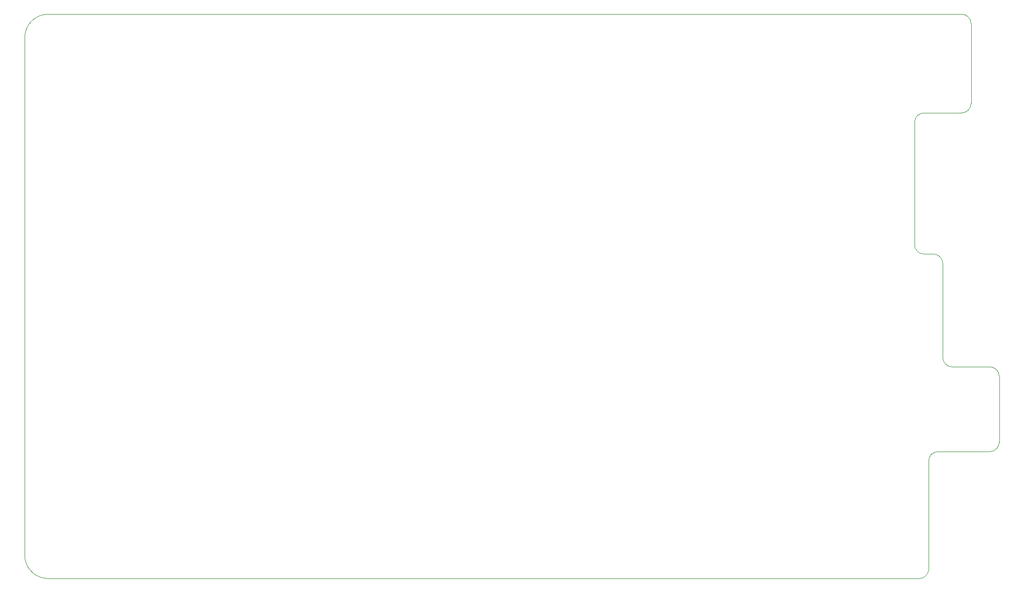
<source format=gbr>
G04 #@! TF.GenerationSoftware,KiCad,Pcbnew,(5.1.4-0)*
G04 #@! TF.CreationDate,2022-08-11T17:02:43-05:00*
G04 #@! TF.ProjectId,keyboard,6b657962-6f61-4726-942e-6b696361645f,rev?*
G04 #@! TF.SameCoordinates,Original*
G04 #@! TF.FileFunction,Profile,NP*
%FSLAX46Y46*%
G04 Gerber Fmt 4.6, Leading zero omitted, Abs format (unit mm)*
G04 Created by KiCad (PCBNEW (5.1.4-0)) date 2022-08-11 17:02:43*
%MOMM*%
%LPD*%
G04 APERTURE LIST*
%ADD10C,0.100000*%
G04 APERTURE END LIST*
D10*
X152400000Y-93662500D02*
G75*
G02X150812500Y-95250000I-1587500J0D01*
G01*
X152400000Y-75406250D02*
G75*
G02X153987500Y-73818750I1587500J0D01*
G01*
X164306250Y-72231250D02*
G75*
G02X162718750Y-73818750I-1587500J0D01*
G01*
X162718750Y-59531250D02*
G75*
G02X164306250Y-61118750I0J-1587500D01*
G01*
X156368750Y-59531250D02*
G75*
G02X154781250Y-57943750I0J1587500D01*
G01*
X153193750Y-40481250D02*
G75*
G02X154781250Y-42068750I0J-1587500D01*
G01*
X151606250Y-40481250D02*
G75*
G02X150018750Y-38893750I0J1587500D01*
G01*
X150018750Y-18256250D02*
G75*
G02X151606250Y-16668750I1587500J0D01*
G01*
X159543750Y-15081250D02*
G75*
G02X157956250Y-16668750I-1587500J0D01*
G01*
X157956250Y0D02*
G75*
G02X159543750Y-1587500I0J-1587500D01*
G01*
X0Y-91281250D02*
X0Y-3968750D01*
X0Y-3968750D02*
G75*
G02X3968750Y0I3968750J0D01*
G01*
X3968750Y-95250000D02*
G75*
G02X0Y-91281250I0J3968750D01*
G01*
X150812500Y-95250000D02*
X3968750Y-95250000D01*
X152400000Y-75406250D02*
X152400000Y-93662500D01*
X162718750Y-73818750D02*
X153987500Y-73818750D01*
X164306250Y-61118750D02*
X164306250Y-72231250D01*
X156368750Y-59531250D02*
X162718750Y-59531250D01*
X154781250Y-42068750D02*
X154781250Y-57943750D01*
X151606250Y-40481250D02*
X153193750Y-40481250D01*
X150018750Y-18256250D02*
X150018750Y-38893750D01*
X157956250Y-16668750D02*
X151606250Y-16668750D01*
X159543750Y-1587500D02*
X159543750Y-15081250D01*
X3968750Y0D02*
X157956250Y0D01*
M02*

</source>
